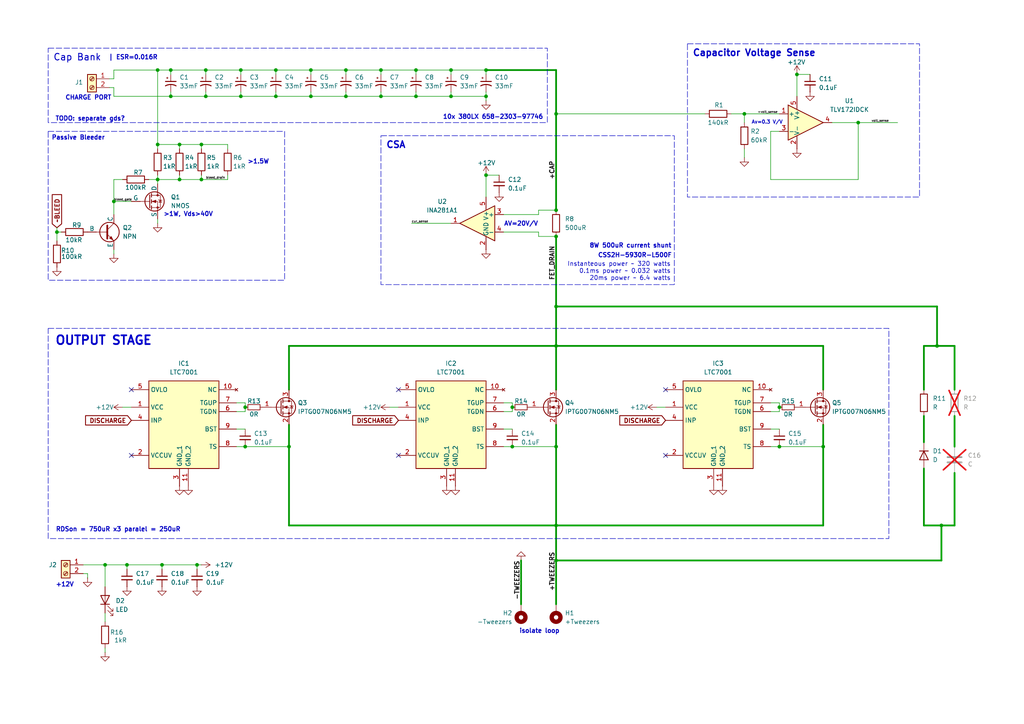
<source format=kicad_sch>
(kicad_sch (version 20231120) (generator "eeschema") (generator_version "8.0")
  (paper "A4")
  (lib_symbols
    (symbol "Amplifier_Current:INA193" (pin_names (offset 0.127))
      (property "Reference" "U" (at 3.81 3.81 0))
      (property "Value" "INA193" (at 3.81 -3.81 0))
      (symbol "INA193_0_1"
        (polyline (pts (xy 5.08 0) (xy -5.08 5.08) (xy -5.08 -5.08) (xy 5.08 0)) (stroke (width 0.254)) (fill (type background)))
      )
      (symbol "INA193_1_1"
        (pin output line (at 7.62 0 180) (length 2.54) (name "~") (number "1"))
        (pin power_in line (at -2.54 -7.62 90) (length 3.81) (name "GND") (number "2"))
        (pin input line (at -7.62 2.54 0) (length 2.54) (name "+") (number "3"))
        (pin input line (at -7.62 -2.54 0) (length 2.54) (name "-") (number "4"))
        (pin power_in line (at -2.54 7.62 270) (length 3.81) (name "V+") (number "5"))
      )
    )
    (symbol "Amplifier_Operational:TLV172IDCK" (pin_names (offset 0.127))
      (property "Reference" "U" (at 7.62 2.54 0))
      (property "Value" "TLV172IDCK" (at 11.43 -2.54 0))
      (symbol "TLV172IDCK_0_1"
        (polyline (pts (xy -2.54 5.08) (xy -2.54 -5.08) (xy 7.62 0) (xy -2.54 5.08)) (stroke (width 0.254)) (fill (type background)))
      )
      (symbol "TLV172IDCK_1_1"
        (pin input line (at -5.08 2.54 0) (length 2.54) (name "+") (number "1"))
        (pin power_in line (at 0 -7.62 90) (length 3.81) (name "V-") (number "2"))
        (pin input line (at -5.08 -2.54 0) (length 2.54) (name "-") (number "3"))
        (pin output line (at 10.16 0 180) (length 2.54) (name "~") (number "4"))
        (pin power_in line (at 0 7.62 270) (length 3.81) (name "V+") (number "5"))
      )
    )
    (symbol "Connector:Screw_Terminal_01x02" (pin_names (offset 1.016) hide)
      (property "Reference" "J" (at 0 2.54 0))
      (property "Value" "Screw_Terminal_01x02" (at 0 -5.08 0))
      (symbol "Screw_Terminal_01x02_1_1"
        (rectangle (start -1.27 1.27) (end 1.27 -3.81) (stroke (width 0.254)) (fill (type background)))
        (circle (center 0 -2.54) (radius 0.635) (stroke (width 0.1524)))
        (polyline (pts (xy -0.5334 -2.2098) (xy 0.3302 -3.048)) (stroke (width 0.1524)))
        (polyline (pts (xy -0.5334 0.3302) (xy 0.3302 -0.508)) (stroke (width 0.1524)))
        (polyline (pts (xy -0.3556 -2.032) (xy 0.508 -2.8702)) (stroke (width 0.1524)))
        (polyline (pts (xy -0.3556 0.508) (xy 0.508 -0.3302)) (stroke (width 0.1524)))
        (circle (center 0 0) (radius 0.635) (stroke (width 0.1524)))
        (pin passive line (at -5.08 0 0) (length 3.81) (name "Pin_1") (number "1"))
        (pin passive line (at -5.08 -2.54 0) (length 3.81) (name "Pin_2") (number "2"))
      )
    )
    (symbol "Device:C" (pin_numbers hide) (pin_names (offset 0.254))
      (property "Reference" "C" (at 0.635 2.54 0))
      (property "Value" "C" (at 0.635 -2.54 0))
      (symbol "C_0_1"
        (polyline (pts (xy -2.032 -0.762) (xy 2.032 -0.762)) (stroke (width 0.508)))
        (polyline (pts (xy -2.032 0.762) (xy 2.032 0.762)) (stroke (width 0.508)))
      )
      (symbol "C_1_1"
        (pin passive line (at 0 3.81 270) (length 2.794) (name "~") (number "1"))
        (pin passive line (at 0 -3.81 90) (length 2.794) (name "~") (number "2"))
      )
    )
    (symbol "Device:C_Polarized_Small_US" (pin_numbers hide) (pin_names (offset 0.254) hide)
      (property "Reference" "C" (at 0.254 1.778 0))
      (property "Value" "C_Polarized_Small_US" (at 0.254 -2.032 0))
      (symbol "C_Polarized_Small_US_0_1"
        (polyline (pts (xy -1.524 0.508) (xy 1.524 0.508)) (stroke (width 0.3048)))
        (polyline (pts (xy -1.27 1.524) (xy -0.762 1.524)))
        (polyline (pts (xy -1.016 1.27) (xy -1.016 1.778)))
        (arc (start 1.524 -0.762) (mid 0 -0.3734) (end -1.524 -0.762) (stroke (width 0.3048)))
      )
      (symbol "C_Polarized_Small_US_1_1"
        (pin passive line (at 0 2.54 270) (length 2.032) (name "~") (number "1"))
        (pin passive line (at 0 -2.54 90) (length 2.032) (name "~") (number "2"))
      )
    )
    (symbol "Device:C_Small" (pin_numbers hide) (pin_names (offset 0.254) hide)
      (property "Reference" "C" (at 0.254 1.778 0))
      (property "Value" "C_Small" (at 0.254 -2.032 0))
      (symbol "C_Small_0_1"
        (polyline (pts (xy -1.524 -0.508) (xy 1.524 -0.508)) (stroke (width 0.3302)))
        (polyline (pts (xy -1.524 0.508) (xy 1.524 0.508)) (stroke (width 0.3048)))
      )
      (symbol "C_Small_1_1"
        (pin passive line (at 0 2.54 270) (length 2.032) (name "~") (number "1"))
        (pin passive line (at 0 -2.54 90) (length 2.032) (name "~") (number "2"))
      )
    )
    (symbol "Device:D" (pin_numbers hide) (pin_names (offset 1.016) hide)
      (property "Reference" "D" (at 0 2.54 0))
      (property "Value" "D" (at 0 -2.54 0))
      (symbol "D_0_1"
        (polyline (pts (xy -1.27 1.27) (xy -1.27 -1.27)) (stroke (width 0.254)))
        (polyline (pts (xy 1.27 0) (xy -1.27 0)))
        (polyline (pts (xy 1.27 1.27) (xy 1.27 -1.27) (xy -1.27 0) (xy 1.27 1.27)) (stroke (width 0.254)))
      )
      (symbol "D_1_1"
        (pin passive line (at -3.81 0 0) (length 2.54) (name "K") (number "1"))
        (pin passive line (at 3.81 0 180) (length 2.54) (name "A") (number "2"))
      )
    )
    (symbol "Device:LED" (pin_numbers hide) (pin_names (offset 1.016) hide)
      (property "Reference" "D" (at 0 2.54 0))
      (property "Value" "LED" (at 0 -2.54 0))
      (symbol "LED_0_1"
        (polyline (pts (xy -1.27 -1.27) (xy -1.27 1.27)) (stroke (width 0.254)))
        (polyline (pts (xy -1.27 0) (xy 1.27 0)))
        (polyline (pts (xy 1.27 -1.27) (xy 1.27 1.27) (xy -1.27 0) (xy 1.27 -1.27)) (stroke (width 0.254)))
        (polyline (pts (xy -3.048 -0.762) (xy -4.572 -2.286) (xy -3.81 -2.286) (xy -4.572 -2.286) (xy -4.572 -1.524)))
        (polyline (pts (xy -1.778 -0.762) (xy -3.302 -2.286) (xy -2.54 -2.286) (xy -3.302 -2.286) (xy -3.302 -1.524)))
      )
      (symbol "LED_1_1"
        (pin passive line (at -3.81 0 0) (length 2.54) (name "K") (number "1"))
        (pin passive line (at 3.81 0 180) (length 2.54) (name "A") (number "2"))
      )
    )
    (symbol "Device:R" (pin_numbers hide) (pin_names (offset 0))
      (property "Reference" "R" (at 2.032 0 90))
      (property "Value" "R" (at 0 0 90))
      (symbol "R_0_1"
        (rectangle (start -1.016 -2.54) (end 1.016 2.54) (stroke (width 0.254)))
      )
      (symbol "R_1_1"
        (pin passive line (at 0 3.81 270) (length 1.27) (name "~") (number "1"))
        (pin passive line (at 0 -3.81 90) (length 1.27) (name "~") (number "2"))
      )
    )
    (symbol "Device:R_Small" (pin_numbers hide) (pin_names (offset 0.254) hide)
      (property "Reference" "R" (at 0.762 0.508 0))
      (property "Value" "R_Small" (at 0.762 -1.016 0))
      (symbol "R_Small_0_1"
        (rectangle (start -0.762 1.778) (end 0.762 -1.778) (stroke (width 0.2032)))
      )
      (symbol "R_Small_1_1"
        (pin passive line (at 0 2.54 270) (length 0.762) (name "~") (number "1"))
        (pin passive line (at 0 -2.54 90) (length 0.762) (name "~") (number "2"))
      )
    )
    (symbol "HAVENS_Lib:LTC7001EMSE#TRPBF"
      (property "Reference" "IC" (at 26.67 7.62 0))
      (property "Value" "LTC7001EMSE#TRPBF" (at 26.67 5.08 0))
      (symbol "LTC7001EMSE#TRPBF_1_1"
        (rectangle (start 5.08 2.54) (end 25.4 -22.86) (stroke (width 0.254)) (fill (type background)))
        (pin passive line (at 0 -5.08 0) (length 5.08) (name "VCC") (number "1"))
        (pin no_connect line (at 30.48 0 180) (length 5.08) (name "NC") (number "10"))
        (pin passive line (at 16.51 -27.94 90) (length 5.08) (name "GND_2") (number "11"))
        (pin passive line (at 0 -19.05 0) (length 5.08) (name "VCCUV") (number "2"))
        (pin passive line (at 13.97 -27.94 90) (length 5.08) (name "GND_1") (number "3"))
        (pin passive line (at 0 -8.89 0) (length 5.08) (name "INP") (number "4"))
        (pin passive line (at 0 0 0) (length 5.08) (name "OVLO") (number "5"))
        (pin passive line (at 30.48 -6.35 180) (length 5.08) (name "TGDN") (number "6"))
        (pin passive line (at 30.48 -3.81 180) (length 5.08) (name "TGUP") (number "7"))
        (pin passive line (at 30.48 -16.51 180) (length 5.08) (name "TS") (number "8"))
        (pin passive line (at 30.48 -11.43 180) (length 5.08) (name "BST") (number "9"))
      )
    )
    (symbol "Mechanical:MountingHole_Pad" (pin_numbers hide) (pin_names (offset 1.016) hide) (exclude_from_sim yes) (in_bom no)
      (property "Reference" "H" (at 0 6.35 0))
      (property "Value" "MountingHole_Pad" (at 0 4.445 0))
      (symbol "MountingHole_Pad_0_1"
        (circle (center 0 1.27) (radius 1.27) (stroke (width 1.27)))
      )
      (symbol "MountingHole_Pad_1_1"
        (pin input line (at 0 -2.54 90) (length 2.54) (name "1") (number "1"))
      )
    )
    (symbol "Simulation_SPICE:NMOS" (pin_numbers hide) (pin_names (offset 0))
      (property "Reference" "Q" (at 5.08 1.27 0))
      (property "Value" "NMOS" (at 5.08 -1.27 0))
      (symbol "NMOS_0_1"
        (polyline (pts (xy 0.254 0) (xy -2.54 0)))
        (polyline (pts (xy 0.254 1.905) (xy 0.254 -1.905)) (stroke (width 0.254)))
        (polyline (pts (xy 0.762 -1.27) (xy 0.762 -2.286)) (stroke (width 0.254)))
        (polyline (pts (xy 0.762 0.508) (xy 0.762 -0.508)) (stroke (width 0.254)))
        (polyline (pts (xy 0.762 2.286) (xy 0.762 1.27)) (stroke (width 0.254)))
        (polyline (pts (xy 2.54 2.54) (xy 2.54 1.778)))
        (polyline (pts (xy 2.54 -2.54) (xy 2.54 0) (xy 0.762 0)))
        (polyline (pts (xy 0.762 -1.778) (xy 3.302 -1.778) (xy 3.302 1.778) (xy 0.762 1.778)))
        (polyline (pts (xy 1.016 0) (xy 2.032 0.381) (xy 2.032 -0.381) (xy 1.016 0)) (fill (type outline)))
        (polyline (pts (xy 2.794 0.508) (xy 2.921 0.381) (xy 3.683 0.381) (xy 3.81 0.254)))
        (polyline (pts (xy 3.302 0.381) (xy 2.921 -0.254) (xy 3.683 -0.254) (xy 3.302 0.381)))
        (circle (center 1.651 0) (radius 2.794) (stroke (width 0.254)))
        (circle (center 2.54 -1.778) (radius 0.254) (fill (type outline)))
        (circle (center 2.54 1.778) (radius 0.254) (fill (type outline)))
      )
      (symbol "NMOS_1_1"
        (pin passive line (at 2.54 5.08 270) (length 2.54) (name "D") (number "1"))
        (pin input line (at -5.08 0 0) (length 2.54) (name "G") (number "2"))
        (pin passive line (at 2.54 -5.08 90) (length 2.54) (name "S") (number "3"))
      )
    )
    (symbol "Simulation_SPICE:NPN" (pin_numbers hide) (pin_names (offset 0))
      (property "Reference" "Q" (at -2.54 7.62 0))
      (property "Value" "NPN" (at -2.54 5.08 0))
      (symbol "NPN_0_1"
        (polyline (pts (xy -2.54 0) (xy 0.635 0)) (stroke (width 0.1524)))
        (polyline (pts (xy 0.635 0.635) (xy 2.54 2.54)))
        (polyline (pts (xy 2.794 -1.27) (xy 2.794 -1.27)) (stroke (width 0.1524)))
        (polyline (pts (xy 2.794 -1.27) (xy 2.794 -1.27)) (stroke (width 0.1524)))
        (polyline (pts (xy 0.635 -0.635) (xy 2.54 -2.54) (xy 2.54 -2.54)))
        (polyline (pts (xy 0.635 1.905) (xy 0.635 -1.905) (xy 0.635 -1.905)) (stroke (width 0.508)))
        (polyline (pts (xy 1.27 -1.778) (xy 1.778 -1.27) (xy 2.286 -2.286) (xy 1.27 -1.778) (xy 1.27 -1.778)) (fill (type outline)))
        (circle (center 1.27 0) (radius 2.8194) (stroke (width 0.254)))
      )
      (symbol "NPN_1_1"
        (pin open_collector line (at 2.54 5.08 270) (length 2.54) (name "C") (number "1"))
        (pin input line (at -5.08 0 0) (length 2.54) (name "B") (number "2"))
        (pin open_emitter line (at 2.54 -5.08 90) (length 2.54) (name "E") (number "3"))
      )
    )
    (symbol "Transistor_FET:IPT012N08N5" (pin_names hide)
      (property "Reference" "Q" (at 5.08 1.905 0))
      (property "Value" "IPT012N08N5" (at 5.08 0 0))
      (symbol "IPT012N08N5_0_1"
        (polyline (pts (xy 0.254 0) (xy -2.54 0)))
        (polyline (pts (xy 0.254 1.905) (xy 0.254 -1.905)) (stroke (width 0.254)))
        (polyline (pts (xy 0.762 -1.27) (xy 0.762 -2.286)) (stroke (width 0.254)))
        (polyline (pts (xy 0.762 0.508) (xy 0.762 -0.508)) (stroke (width 0.254)))
        (polyline (pts (xy 0.762 2.286) (xy 0.762 1.27)) (stroke (width 0.254)))
        (polyline (pts (xy 2.54 2.54) (xy 2.54 1.778)))
        (polyline (pts (xy 2.54 -2.54) (xy 2.54 0) (xy 0.762 0)))
        (polyline (pts (xy 0.762 -1.778) (xy 3.302 -1.778) (xy 3.302 1.778) (xy 0.762 1.778)))
        (polyline (pts (xy 1.016 0) (xy 2.032 0.381) (xy 2.032 -0.381) (xy 1.016 0)) (fill (type outline)))
        (polyline (pts (xy 2.794 0.508) (xy 2.921 0.381) (xy 3.683 0.381) (xy 3.81 0.254)))
        (polyline (pts (xy 3.302 0.381) (xy 2.921 -0.254) (xy 3.683 -0.254) (xy 3.302 0.381)))
        (circle (center 1.651 0) (radius 2.794) (stroke (width 0.254)))
        (circle (center 2.54 -1.778) (radius 0.254) (fill (type outline)))
        (circle (center 2.54 1.778) (radius 0.254) (fill (type outline)))
      )
      (symbol "IPT012N08N5_1_1"
        (pin input line (at -5.08 0 0) (length 2.54) (name "G") (number "1"))
        (pin passive line (at 2.54 -5.08 90) (length 2.54) (name "S") (number "2"))
        (pin passive line (at 2.54 5.08 270) (length 2.54) (name "D") (number "3"))
      )
    )
    (symbol "power:+12V" (power) (pin_numbers hide) (pin_names (offset 0) hide)
      (property "Value" "+12V" (at 0 3.556 0))
      (symbol "+12V_0_1"
        (polyline (pts (xy -0.762 1.27) (xy 0 2.54)))
        (polyline (pts (xy 0 0) (xy 0 2.54)))
        (polyline (pts (xy 0 2.54) (xy 0.762 1.27)))
      )
      (symbol "+12V_1_1"
        (pin power_in line (at 0 0 90) (length 0) (name "~") (number "1"))
      )
    )
    (symbol "power:GND" (power) (pin_numbers hide) (pin_names (offset 0) hide)
      (property "Value" "GND" (at 0 -3.81 0))
      (symbol "GND_0_1"
        (polyline (pts (xy 0 0) (xy 0 -1.27) (xy 1.27 -1.27) (xy 0 -2.54) (xy -1.27 -1.27) (xy 0 -1.27)))
      )
      (symbol "GND_1_1"
        (pin power_in line (at 0 0 270) (length 0) (name "~") (number "1"))
      )
    )
  )
  (junction (at 161.29 100.33))
  (junction (at 120.65 27.94))
  (junction (at 148.59 118.11))
  (junction (at 161.29 152.4))
  (junction (at 45.72 52.07))
  (junction (at 57.15 163.83))
  (junction (at 58.42 52.07))
  (junction (at 231.14 21.59))
  (junction (at 59.69 27.94))
  (junction (at 273.05 152.4))
  (junction (at 100.33 27.94))
  (junction (at 130.81 20.32))
  (junction (at 161.29 60.96))
  (junction (at 226.06 118.11))
  (junction (at 46.99 163.83))
  (junction (at 69.85 20.32))
  (junction (at 120.65 20.32))
  (junction (at 49.53 20.32))
  (junction (at 238.76 129.54))
  (junction (at 161.29 68.58))
  (junction (at 161.29 33.02))
  (junction (at 83.82 129.54))
  (junction (at 80.01 27.94))
  (junction (at 140.97 50.8))
  (junction (at 90.17 27.94))
  (junction (at 52.07 52.07))
  (junction (at 248.92 35.56))
  (junction (at 30.48 163.83))
  (junction (at 110.49 20.32))
  (junction (at 59.69 20.32))
  (junction (at 45.72 41.91))
  (junction (at 100.33 20.32))
  (junction (at 69.85 27.94))
  (junction (at 130.81 27.94))
  (junction (at 49.53 27.94))
  (junction (at 215.9 33.02))
  (junction (at 45.72 20.32))
  (junction (at 140.97 27.94))
  (junction (at 71.12 118.11))
  (junction (at 161.29 88.9))
  (junction (at 110.49 27.94))
  (junction (at 161.29 129.54))
  (junction (at 161.29 162.56))
  (junction (at 58.42 41.91))
  (junction (at 33.02 58.42))
  (junction (at 90.17 20.32))
  (junction (at 271.78 100.33))
  (junction (at 148.59 129.54))
  (junction (at 71.12 129.54))
  (junction (at 52.07 41.91))
  (junction (at 140.97 20.32))
  (junction (at 80.01 20.32))
  (junction (at 226.06 129.54))
  (junction (at 36.83 163.83))
  (junction (at 16.51 67.31))
  (no_connect (at 38.1 113.03))
  (no_connect (at 115.57 113.03))
  (no_connect (at 193.04 132.08))
  (no_connect (at 38.1 132.08))
  (no_connect (at 193.04 113.03))
  (no_connect (at 115.57 132.08))
  (wire (pts (xy 161.29 100.33) (xy 238.76 100.33)) (stroke (width 0.508)))
  (wire (pts (xy 16.51 67.31) (xy 17.78 67.31)))
  (wire (pts (xy 59.69 20.32) (xy 69.85 20.32)))
  (wire (pts (xy 276.86 120.65) (xy 276.86 129.54)) (stroke (width 0.508)))
  (wire (pts (xy 100.33 20.32) (xy 110.49 20.32)))
  (wire (pts (xy 276.86 137.16) (xy 276.86 152.4)) (stroke (width 0.508)))
  (wire (pts (xy 33.02 58.42) (xy 38.1 58.42)))
  (wire (pts (xy 46.99 165.1) (xy 46.99 163.83)))
  (wire (pts (xy 223.52 129.54) (xy 226.06 129.54)))
  (wire (pts (xy 238.76 129.54) (xy 238.76 152.4)) (stroke (width 0.508)))
  (wire (pts (xy 215.9 45.72) (xy 215.9 43.18)))
  (wire (pts (xy 36.83 163.83) (xy 46.99 163.83)))
  (wire (pts (xy 83.82 129.54) (xy 83.82 152.4)) (stroke (width 0.508)))
  (wire (pts (xy 212.09 33.02) (xy 215.9 33.02)))
  (wire (pts (xy 161.29 123.19) (xy 161.29 129.54)) (stroke (width 0.508)))
  (wire (pts (xy 110.49 27.94) (xy 120.65 27.94)))
  (wire (pts (xy 271.78 100.33) (xy 267.97 100.33)) (stroke (width 0.508)))
  (wire (pts (xy 271.78 100.33) (xy 271.78 88.9)) (stroke (width 0.508)))
  (wire (pts (xy 35.56 118.11) (xy 38.1 118.11)))
  (wire (pts (xy 45.72 52.07) (xy 45.72 53.34)))
  (wire (pts (xy 33.02 22.86) (xy 33.02 20.32)))
  (wire (pts (xy 140.97 50.8) (xy 144.78 50.8)))
  (wire (pts (xy 68.58 116.84) (xy 71.12 116.84)))
  (wire (pts (xy 52.07 52.07) (xy 45.72 52.07)))
  (wire (pts (xy 231.14 21.59) (xy 234.95 21.59)))
  (wire (pts (xy 267.97 120.65) (xy 267.97 128.27)) (stroke (width 0.508)))
  (wire (pts (xy 110.49 20.32) (xy 110.49 21.59)))
  (wire (pts (xy 130.81 20.32) (xy 130.81 21.59)))
  (wire (pts (xy 161.29 20.32) (xy 161.29 33.02)) (stroke (width 0.508)))
  (wire (pts (xy 146.05 116.84) (xy 148.59 116.84)))
  (wire (pts (xy 69.85 20.32) (xy 69.85 21.59)))
  (wire (pts (xy 161.29 162.56) (xy 161.29 175.26)) (stroke (width 0.508)))
  (wire (pts (xy 146.05 67.31) (xy 156.21 67.31)))
  (wire (pts (xy 31.75 22.86) (xy 33.02 22.86)))
  (wire (pts (xy 90.17 20.32) (xy 100.33 20.32)))
  (wire (pts (xy 146.05 129.54) (xy 148.59 129.54)))
  (wire (pts (xy 80.01 26.67) (xy 80.01 27.94)))
  (wire (pts (xy 35.56 52.07) (xy 33.02 52.07)))
  (wire (pts (xy 66.04 41.91) (xy 58.42 41.91)))
  (wire (pts (xy 156.21 68.58) (xy 161.29 68.58)))
  (wire (pts (xy 130.81 26.67) (xy 130.81 27.94)))
  (wire (pts (xy 238.76 123.19) (xy 238.76 129.54)) (stroke (width 0.508)))
  (wire (pts (xy 69.85 26.67) (xy 69.85 27.94)))
  (wire (pts (xy 30.48 189.23) (xy 30.48 187.96)))
  (wire (pts (xy 83.82 100.33) (xy 161.29 100.33)) (stroke (width 0.508)))
  (wire (pts (xy 69.85 20.32) (xy 80.01 20.32)))
  (wire (pts (xy 130.81 20.32) (xy 140.97 20.32)))
  (wire (pts (xy 120.65 26.67) (xy 120.65 27.94)))
  (wire (pts (xy 156.21 60.96) (xy 161.29 60.96)))
  (wire (pts (xy 80.01 27.94) (xy 90.17 27.94)))
  (wire (pts (xy 25.4 167.64) (xy 25.4 166.37)))
  (wire (pts (xy 276.86 100.33) (xy 271.78 100.33)) (stroke (width 0.508)))
  (wire (pts (xy 71.12 118.11) (xy 71.12 119.38)))
  (wire (pts (xy 120.65 20.32) (xy 130.81 20.32)))
  (wire (pts (xy 58.42 163.83) (xy 57.15 163.83)))
  (wire (pts (xy 146.05 119.38) (xy 148.59 119.38)))
  (wire (pts (xy 83.82 123.19) (xy 83.82 129.54)) (stroke (width 0.508)))
  (wire (pts (xy 276.86 152.4) (xy 273.05 152.4)) (stroke (width 0.508)))
  (wire (pts (xy 226.06 116.84) (xy 226.06 118.11)))
  (wire (pts (xy 148.59 118.11) (xy 148.59 119.38)))
  (wire (pts (xy 248.92 35.56) (xy 260.35 35.56)))
  (wire (pts (xy 100.33 20.32) (xy 100.33 21.59)))
  (wire (pts (xy 156.21 62.23) (xy 156.21 60.96)))
  (wire (pts (xy 223.52 52.07) (xy 223.52 38.1)))
  (wire (pts (xy 161.29 88.9) (xy 161.29 100.33)) (stroke (width 0.508)))
  (wire (pts (xy 33.02 25.4) (xy 33.02 27.94)))
  (wire (pts (xy 33.02 58.42) (xy 33.02 62.23)))
  (wire (pts (xy 25.4 166.37) (xy 24.13 166.37)))
  (wire (pts (xy 30.48 163.83) (xy 24.13 163.83)))
  (wire (pts (xy 45.72 64.77) (xy 45.72 63.5)))
  (wire (pts (xy 226.06 118.11) (xy 226.06 119.38)))
  (wire (pts (xy 110.49 26.67) (xy 110.49 27.94)))
  (wire (pts (xy 241.3 35.56) (xy 248.92 35.56)))
  (wire (pts (xy 58.42 41.91) (xy 58.42 43.18)))
  (wire (pts (xy 140.97 27.94) (xy 140.97 26.67)))
  (wire (pts (xy 45.72 41.91) (xy 45.72 43.18)))
  (wire (pts (xy 45.72 20.32) (xy 45.72 41.91)))
  (wire (pts (xy 66.04 52.07) (xy 58.42 52.07)))
  (wire (pts (xy 49.53 26.67) (xy 49.53 27.94)))
  (wire (pts (xy 161.29 33.02) (xy 161.29 60.96)) (stroke (width 0.508)))
  (wire (pts (xy 140.97 50.8) (xy 140.97 57.15)))
  (wire (pts (xy 113.03 118.11) (xy 115.57 118.11)))
  (wire (pts (xy 36.83 165.1) (xy 36.83 163.83)))
  (wire (pts (xy 223.52 116.84) (xy 226.06 116.84)))
  (wire (pts (xy 120.65 27.94) (xy 130.81 27.94)))
  (wire (pts (xy 273.05 152.4) (xy 267.97 152.4)) (stroke (width 0.508)))
  (wire (pts (xy 45.72 50.8) (xy 45.72 52.07)))
  (wire (pts (xy 80.01 20.32) (xy 80.01 21.59)))
  (wire (pts (xy 30.48 163.83) (xy 30.48 170.18)))
  (wire (pts (xy 226.06 129.54) (xy 238.76 129.54)))
  (wire (pts (xy 161.29 152.4) (xy 238.76 152.4)) (stroke (width 0.508)))
  (wire (pts (xy 16.51 66.04) (xy 16.51 67.31)))
  (wire (pts (xy 223.52 124.46) (xy 226.06 124.46)))
  (wire (pts (xy 66.04 50.8) (xy 66.04 52.07)))
  (wire (pts (xy 59.69 20.32) (xy 59.69 21.59)))
  (wire (pts (xy 68.58 119.38) (xy 71.12 119.38)))
  (wire (pts (xy 80.01 20.32) (xy 90.17 20.32)))
  (wire (pts (xy 140.97 20.32) (xy 140.97 21.59)))
  (wire (pts (xy 273.05 152.4) (xy 273.05 162.56)) (stroke (width 0.508)))
  (wire (pts (xy 223.52 38.1) (xy 226.06 38.1)))
  (wire (pts (xy 58.42 50.8) (xy 58.42 52.07)))
  (wire (pts (xy 110.49 20.32) (xy 120.65 20.32)))
  (wire (pts (xy 100.33 26.67) (xy 100.33 27.94)))
  (wire (pts (xy 223.52 119.38) (xy 226.06 119.38)))
  (wire (pts (xy 151.13 162.56) (xy 151.13 175.26)) (stroke (width 0.508)))
  (wire (pts (xy 140.97 29.21) (xy 140.97 27.94)))
  (wire (pts (xy 45.72 20.32) (xy 49.53 20.32)))
  (wire (pts (xy 69.85 27.94) (xy 80.01 27.94)))
  (wire (pts (xy 90.17 26.67) (xy 90.17 27.94)))
  (wire (pts (xy 161.29 33.02) (xy 204.47 33.02)))
  (wire (pts (xy 248.92 52.07) (xy 223.52 52.07)))
  (wire (pts (xy 156.21 67.31) (xy 156.21 68.58)))
  (wire (pts (xy 161.29 68.58) (xy 161.29 88.9)) (stroke (width 0.508)))
  (wire (pts (xy 161.29 129.54) (xy 161.29 152.4)) (stroke (width 0.508)))
  (wire (pts (xy 146.05 62.23) (xy 156.21 62.23)))
  (wire (pts (xy 83.82 100.33) (xy 83.82 113.03)) (stroke (width 0.508)))
  (wire (pts (xy 57.15 165.1) (xy 57.15 163.83)))
  (wire (pts (xy 161.29 152.4) (xy 161.29 162.56)) (stroke (width 0.508)))
  (wire (pts (xy 68.58 129.54) (xy 71.12 129.54)))
  (wire (pts (xy 52.07 41.91) (xy 52.07 43.18)))
  (wire (pts (xy 36.83 163.83) (xy 30.48 163.83)))
  (wire (pts (xy 276.86 113.03) (xy 276.86 100.33)) (stroke (width 0.508)))
  (wire (pts (xy 49.53 20.32) (xy 59.69 20.32)))
  (wire (pts (xy 215.9 33.02) (xy 226.06 33.02)))
  (wire (pts (xy 140.97 20.32) (xy 161.29 20.32)) (stroke (width 0.508)))
  (wire (pts (xy 267.97 152.4) (xy 267.97 135.89)) (stroke (width 0.508)))
  (wire (pts (xy 33.02 52.07) (xy 33.02 58.42)))
  (wire (pts (xy 16.51 67.31) (xy 16.51 69.85)))
  (wire (pts (xy 46.99 163.83) (xy 57.15 163.83)))
  (wire (pts (xy 58.42 52.07) (xy 52.07 52.07)))
  (wire (pts (xy 59.69 26.67) (xy 59.69 27.94)))
  (wire (pts (xy 267.97 100.33) (xy 267.97 113.03)) (stroke (width 0.508)))
  (wire (pts (xy 215.9 33.02) (xy 215.9 35.56)))
  (wire (pts (xy 58.42 41.91) (xy 52.07 41.91)))
  (wire (pts (xy 119.38 64.77) (xy 130.81 64.77)))
  (wire (pts (xy 238.76 100.33) (xy 238.76 113.03)) (stroke (width 0.508)))
  (wire (pts (xy 33.02 27.94) (xy 49.53 27.94)))
  (wire (pts (xy 68.58 124.46) (xy 71.12 124.46)))
  (wire (pts (xy 59.69 27.94) (xy 69.85 27.94)))
  (wire (pts (xy 33.02 20.32) (xy 45.72 20.32)))
  (wire (pts (xy 66.04 43.18) (xy 66.04 41.91)))
  (wire (pts (xy 148.59 116.84) (xy 148.59 118.11)))
  (wire (pts (xy 248.92 35.56) (xy 248.92 52.07)))
  (wire (pts (xy 130.81 27.94) (xy 140.97 27.94)))
  (wire (pts (xy 71.12 129.54) (xy 83.82 129.54)))
  (wire (pts (xy 90.17 20.32) (xy 90.17 21.59)))
  (wire (pts (xy 33.02 73.66) (xy 33.02 72.39)))
  (wire (pts (xy 161.29 100.33) (xy 161.29 113.03)) (stroke (width 0.508)))
  (wire (pts (xy 148.59 129.54) (xy 161.29 129.54)))
  (wire (pts (xy 49.53 21.59) (xy 49.53 20.32)))
  (wire (pts (xy 71.12 116.84) (xy 71.12 118.11)))
  (wire (pts (xy 271.78 88.9) (xy 161.29 88.9)) (stroke (width 0.508)))
  (wire (pts (xy 52.07 50.8) (xy 52.07 52.07)))
  (wire (pts (xy 100.33 27.94) (xy 110.49 27.94)))
  (wire (pts (xy 231.14 21.59) (xy 231.14 27.94)))
  (wire (pts (xy 43.18 52.07) (xy 45.72 52.07)))
  (wire (pts (xy 90.17 27.94) (xy 100.33 27.94)))
  (wire (pts (xy 52.07 41.91) (xy 45.72 41.91)))
  (wire (pts (xy 273.05 162.56) (xy 161.29 162.56)) (stroke (width 0.508)))
  (wire (pts (xy 146.05 124.46) (xy 148.59 124.46)))
  (wire (pts (xy 31.75 25.4) (xy 33.02 25.4)))
  (wire (pts (xy 190.5 118.11) (xy 193.04 118.11)))
  (wire (pts (xy 30.48 180.34) (xy 30.48 177.8)))
  (wire (pts (xy 49.53 27.94) (xy 59.69 27.94)))
  (wire (pts (xy 120.65 20.32) (xy 120.65 21.59)))
  (wire (pts (xy 83.82 152.4) (xy 161.29 152.4)) (stroke (width 0.508)))
  (text_box "CSA" (at 110.49 39.37 0) (size 85.09 43.18) (stroke (width 0) (type dash)) (effects (font (size 1.905 1.905) (bold yes)) (justify left top)))
  (text_box "Passive Bleeder" (at 13.97 38.1 0) (size 68.58 43.18) (stroke (width 0) (type dash)) (effects (font (size 1.27 1.27) (bold yes)) (justify left top)))
  (text_box "OUTPUT STAGE" (at 13.97 95.25 0) (size 243.84 60.96) (stroke (width 0) (type dash)) (effects (font (size 2.54 2.54) (bold yes)) (justify left top)))
  (text_box "Capacitor Voltage Sense\n" (at 199.39 12.7 0) (size 67.31 44.45) (stroke (width 0) (type dash)) (effects (font (size 1.905 1.905) (bold yes)) (justify left top)))
  (text_box "Cap Bank" (at 13.97 13.97 0) (size 144.78 21.59) (stroke (width 0) (type dash)) (effects (font (size 1.905 1.905) (thickness 0.254) (bold yes)) (justify left top)))
  (text "AV=20V/V" (at 151.13 65.024 0) (effects (font (size 1.27 1.27) (bold yes))))
  (text "TODO: separate gds?\n" (at 26.162 34.544 0) (effects (font (size 1.27 1.27) (bold yes))))
  (text "8W 500uR current shunt" (at 182.88 71.374 0) (effects (font (size 1.27 1.27) (bold yes))))
  (text "isolate loop" (at 156.464 183.134 0) (effects (font (size 1.27 1.27) (bold yes))))
  (text "+12V\n" (at 18.796 169.672 0) (effects (font (size 1.27 1.27) (bold yes))))
  (text ">1.5W" (at 74.93 46.99 0) (effects (font (size 1.27 1.27) (bold yes))))
  (text "CSS2H-5930R-L500F" (at 184.15 74.168 0) (effects (font (size 1.27 1.27) (bold yes))))
  (text "RDSon = 750uR x3 paralel = 250uR" (at 34.29 153.67 0) (effects (font (size 1.27 1.27) (bold yes))))
  (text "| ESR=0.016R\n" (at 38.608 16.764 0) (effects (font (size 1.27 1.27) (bold yes))))
  (text "10x 380LX 658-2303-97746" (at 143.002 34.036 0) (effects (font (size 1.27 1.27) (bold yes))))
  (text ">1W, Vds>40V" (at 54.61 62.23 0) (effects (font (size 1.27 1.27) (bold yes))))
  (text "CHARGE PORT" (at 25.654 28.448 0) (effects (font (size 1.27 1.27) (bold yes))))
  (text "Instanteous power ~ 320 watts\n0.1ms power ~ 0.032 watts\n20ms power ~ 6.4 watts" (at 194.564 78.74 0) (effects (font (size 1.27 1.27)) (justify right)))
  (text "Av=0.3 V/V" (at 222.504 35.56 0) (effects (font (size 1.016 1.016) (bold yes))))
  (label "+TWEEZERS" (at 161.29 171.45 90) (effects (font (bold yes))))
  (label "-TWEEZERS" (at 151.13 173.99 90) (effects (font (bold yes))))
  (label "FET_DRAIN" (at 161.29 81.28 90) (effects (font (bold yes))))
  (label "volt_sense" (at 252.73 35.56 0) (effects (font (size 0.635 0.635) (bold yes))))
  (label "+CAP" (at 161.29 52.07 90) (effects (font (bold yes))))
  (label "+volt_sense" (at 219.71 33.02 0) (effects (font (size 0.635 0.635) (bold yes))))
  (label "cur_sense" (at 119.38 64.77 0) (effects (font (size 0.635 0.635) (bold yes))))
  (label "bleed_drain" (at 59.69 52.07 0) (effects (font (size 0.635 0.635) (bold yes))))
  (label "bleed_gate" (at 33.02 58.42 0) (effects (font (size 0.635 0.635) (bold yes))))
  (global_label "DISCHARGE" (shape input) (at 193.04 121.92 180) (effects (font (bold yes))) (property "Intersheetrefs" "${INTERSHEET_REFS}" (effects (hide yes))))
  (global_label "DISCHARGE" (shape input) (at 115.57 121.92 180) (effects (font (bold yes))) (property "Intersheetrefs" "${INTERSHEET_REFS}" (effects (hide yes))))
  (global_label "DISCHARGE" (shape input) (at 38.1 121.92 180) (effects (font (bold yes))) (property "Intersheetrefs" "${INTERSHEET_REFS}" (effects (hide yes))))
  (global_label "~BLEED" (shape input) (at 16.51 66.04 90) (effects (font (bold yes))) (property "Intersheetrefs" "${INTERSHEET_REFS}" (effects (hide yes))))
  (symbol (lib_id "power:+12V") (at 35.56 118.11 90) (unit 1)
    (property "Reference" "#PWR012" (effects (hide yes)))
    (property "Value" "+12V" (at 33.02 118.11 90) (effects (justify left)))
    (property "Description" "Power symbol creates a global label with name \"+12V\"" (effects (hide yes)))
  )
  (symbol (lib_id "Transistor_FET:IPT012N08N5") (at 81.28 118.11 0) (unit 1)
    (property "Reference" "Q3" (at 86.36 116.84 0) (effects (justify left)))
    (property "Value" "IPTG007N06NM5" (at 86.36 119.38 0) (effects (justify left)))
    (property "Footprint" "Package_TO_SOT_SMD:Infineon_PG-HSOF-8-1" (effects (hide yes)))
    (property "Datasheet" "http://www.infineon.com/dgdl/Infineon-IPT012N08N5-DS-v02_01-EN.pdf?fileId=5546d4624a75e5f1014aca59127a1eb9" (effects (hide yes)))
    (property "Description" "300A Id, 80V Vds, OptiMOS N-Channel Power MOSFET, 1.2mOhm Ron, Qg (typ) 178.0nC, PG-HSOF-8" (effects (hide yes)))
  )
  (symbol (lib_id "Device:C_Polarized_Small_US") (at 120.65 24.13 0) (unit 1)
    (property "Reference" "C8" (at 123.19 22.4281 0) (effects (justify left)))
    (property "Value" "33mF" (at 123.19 24.9681 0) (effects (justify left)))
    (property "Description" "Polarized capacitor, small US symbol" (effects (hide yes)))
  )
  (symbol (lib_id "Device:C_Small") (at 234.95 24.13 0) (unit 1)
    (property "Reference" "C11" (at 237.49 22.8662 0) (effects (justify left)))
    (property "Value" "0.1uF" (at 237.49 25.4062 0) (effects (justify left)))
    (property "Description" "Unpolarized capacitor, small symbol" (effects (hide yes)))
  )
  (symbol (lib_id "HAVENS_Lib:LTC7001EMSE#TRPBF") (at 115.57 113.03 0) (unit 1)
    (property "Reference" "IC2" (at 130.81 105.41 0))
    (property "Value" "LTC7001" (at 130.81 107.95 0))
    (property "Footprint" "SOP50P490X110-11N" (effects (hide yes)))
    (property "Datasheet" "https://www.analog.com/media/en/technical-documentation/data-sheets/ltc7001.pdf" (effects (hide yes)))
    (property "Description" "Gate Drivers Fast 150V High Side NMOS Static Switch Driver" (effects (hide yes)))
    (property "Height" "1.1" (effects (hide yes)))
    (property "Mouser Part Number" "584-7001EMSETRPBF" (effects (hide yes)))
    (property "Mouser Price/Stock" "https://www.mouser.co.uk/ProductDetail/Analog-Devices/LTC7001EMSETRPBF?qs=BZBei1rCqCA9TIuicvBnQQ%3D%3D" (effects (hide yes)))
    (property "Manufacturer_Name" "Analog Devices" (effects (hide yes)))
    (property "Manufacturer_Part_Number" "LTC7001EMSE#TRPBF" (effects (hide yes)))
  )
  (symbol (lib_id "Device:R_Small") (at 73.66 118.11 90) (unit 1)
    (property "Reference" "R13" (at 73.66 116.332 90))
    (property "Value" "0R" (at 73.66 120.142 90))
    (property "Description" "Resistor, small symbol" (effects (hide yes)))
  )
  (symbol (lib_id "power:GND") (at 151.13 162.56 180) (unit 1)
    (property "Reference" "#PWR027" (effects (hide yes)))
    (property "Value" "GND" (effects (hide yes)))
    (property "Description" "Power symbol creates a global label with name \"GND\" , ground" (effects (hide yes)))
  )
  (symbol (lib_id "Device:C") (at 276.86 133.35 0) (unit 1) (dnp yes)
    (property "Reference" "C16" (at 280.67 132.0799 0) (effects (justify left)))
    (property "Value" "C" (at 280.67 134.6199 0) (effects (justify left)))
    (property "Description" "Unpolarized capacitor" (effects (hide yes)))
  )
  (symbol (lib_id "power:+12V") (at 58.42 163.83 270) (unit 1)
    (property "Reference" "#PWR021" (effects (hide yes)))
    (property "Value" "+12V" (at 62.23 163.83 90) (effects (justify left)))
    (property "Description" "Power symbol creates a global label with name \"+12V\"" (effects (hide yes)))
  )
  (symbol (lib_id "Device:R") (at 45.72 46.99 0) (unit 1)
    (property "Reference" "R3" (at 47.244 45.72 0) (effects (justify left)))
    (property "Value" "1kR" (at 47.244 48.26 0) (effects (justify left)))
    (property "Description" "Resistor" (effects (hide yes)))
  )
  (symbol (lib_id "Mechanical:MountingHole_Pad") (at 151.13 177.8 0) (mirror x) (unit 1) (exclude_from_sim yes) (in_bom no)
    (property "Reference" "H2" (at 148.59 177.7999 0) (effects (justify right)))
    (property "Value" "-Tweezers" (at 148.59 180.3399 0) (effects (justify right)))
    (property "Description" "Mounting Hole with connection" (effects (hide yes)))
  )
  (symbol (lib_id "power:GND") (at 30.48 189.23 0) (unit 1)
    (property "Reference" "#PWR026" (effects (hide yes)))
    (property "Value" "GND" (effects (hide yes)))
    (property "Description" "Power symbol creates a global label with name \"GND\" , ground" (effects (hide yes)))
  )
  (symbol (lib_id "power:GND") (at 36.83 170.18 0) (unit 1)
    (property "Reference" "#PWR023" (effects (hide yes)))
    (property "Value" "GND" (effects (hide yes)))
    (property "Description" "Power symbol creates a global label with name \"GND\" , ground" (effects (hide yes)))
  )
  (symbol (lib_id "Device:R") (at 52.07 46.99 0) (unit 1)
    (property "Reference" "R4" (at 53.594 45.72 0) (effects (justify left)))
    (property "Value" "1kR" (at 53.594 48.26 0) (effects (justify left)))
    (property "Description" "Resistor" (effects (hide yes)))
  )
  (symbol (lib_id "Device:R") (at 208.28 33.02 90) (unit 1)
    (property "Reference" "R1" (at 208.534 30.48 90))
    (property "Value" "140kR" (at 208.28 35.56 90))
    (property "Description" "Resistor" (effects (hide yes)))
  )
  (symbol (lib_id "Device:C_Polarized_Small_US") (at 59.69 24.13 0) (unit 1)
    (property "Reference" "C2" (at 62.23 22.4281 0) (effects (justify left)))
    (property "Value" "33mF" (at 62.23 24.9681 0) (effects (justify left)))
    (property "Description" "Polarized capacitor, small US symbol" (effects (hide yes)))
  )
  (symbol (lib_id "Device:C_Polarized_Small_US") (at 130.81 24.13 0) (unit 1)
    (property "Reference" "C9" (at 133.35 22.4281 0) (effects (justify left)))
    (property "Value" "33mF" (at 133.35 24.9681 0) (effects (justify left)))
    (property "Description" "Polarized capacitor, small US symbol" (effects (hide yes)))
  )
  (symbol (lib_id "Device:C_Small") (at 226.06 127 0) (unit 1)
    (property "Reference" "C15" (at 228.6 125.7362 0) (effects (justify left)))
    (property "Value" "0.1uF" (at 228.6 128.2762 0) (effects (justify left)))
    (property "Description" "Unpolarized capacitor, small symbol" (effects (hide yes)))
  )
  (symbol (lib_id "Device:C_Small") (at 46.99 167.64 0) (unit 1)
    (property "Reference" "C18" (at 49.53 166.3762 0) (effects (justify left)))
    (property "Value" "0.1uF" (at 49.53 168.9162 0) (effects (justify left)))
    (property "Description" "Unpolarized capacitor, small symbol" (effects (hide yes)))
  )
  (symbol (lib_id "Connector:Screw_Terminal_01x02") (at 19.05 163.83 0) (mirror y) (unit 1)
    (property "Reference" "J2" (at 16.51 163.8299 0) (effects (justify left)))
    (property "Value" "Screw_Terminal_01x02" (effects (hide yes)))
    (property "Description" "Generic screw terminal, single row, 01x02, script generated (kicad-library-utils/schlib/autogen/connector/)" (effects (hide yes)))
  )
  (symbol (lib_id "power:+12V") (at 231.14 21.59 0) (unit 1)
    (property "Reference" "#PWR01" (effects (hide yes)))
    (property "Value" "+12V" (at 228.346 18.034 0) (effects (justify left)))
    (property "Description" "Power symbol creates a global label with name \"+12V\"" (effects (hide yes)))
  )
  (symbol (lib_id "Device:R") (at 66.04 46.99 0) (unit 1)
    (property "Reference" "R6" (at 67.564 45.72 0) (effects (justify left)))
    (property "Value" "1kR" (at 67.564 48.26 0) (effects (justify left)))
    (property "Description" "Resistor" (effects (hide yes)))
  )
  (symbol (lib_id "power:GND") (at 25.4 167.64 0) (unit 1)
    (property "Reference" "#PWR022" (effects (hide yes)))
    (property "Value" "GND" (effects (hide yes)))
    (property "Description" "Power symbol creates a global label with name \"GND\" , ground" (effects (hide yes)))
  )
  (symbol (lib_id "HAVENS_Lib:LTC7001EMSE#TRPBF") (at 38.1 113.03 0) (unit 1)
    (property "Reference" "IC1" (at 53.34 105.41 0))
    (property "Value" "LTC7001" (at 53.34 107.95 0))
    (property "Footprint" "SOP50P490X110-11N" (effects (hide yes)))
    (property "Datasheet" "https://www.analog.com/media/en/technical-documentation/data-sheets/ltc7001.pdf" (effects (hide yes)))
    (property "Description" "Gate Drivers Fast 150V High Side NMOS Static Switch Driver" (effects (hide yes)))
    (property "Height" "1.1" (effects (hide yes)))
    (property "Mouser Part Number" "584-7001EMSETRPBF" (effects (hide yes)))
    (property "Mouser Price/Stock" "https://www.mouser.co.uk/ProductDetail/Analog-Devices/LTC7001EMSETRPBF?qs=BZBei1rCqCA9TIuicvBnQQ%3D%3D" (effects (hide yes)))
    (property "Manufacturer_Name" "Analog Devices" (effects (hide yes)))
    (property "Manufacturer_Part_Number" "LTC7001EMSE#TRPBF" (effects (hide yes)))
  )
  (symbol (lib_id "power:GND") (at 207.01 140.97 0) (unit 1)
    (property "Reference" "#PWR019" (effects (hide yes)))
    (property "Value" "GND" (effects (hide yes)))
    (property "Description" "Power symbol creates a global label with name \"GND\" , ground" (effects (hide yes)))
  )
  (symbol (lib_id "Device:R") (at 16.51 73.66 180) (unit 1)
    (property "Reference" "R10" (at 21.59 72.644 0) (effects (justify left)))
    (property "Value" "100kR" (at 23.876 74.422 0) (effects (justify left)))
    (property "Description" "Resistor" (effects (hide yes)))
  )
  (symbol (lib_id "Device:C_Small") (at 144.78 53.34 0) (unit 1)
    (property "Reference" "C12" (at 147.32 52.0762 0) (effects (justify left)))
    (property "Value" "0.1uF" (at 147.32 54.6162 0) (effects (justify left)))
    (property "Description" "Unpolarized capacitor, small symbol" (effects (hide yes)))
  )
  (symbol (lib_id "Device:C_Polarized_Small_US") (at 100.33 24.13 0) (unit 1)
    (property "Reference" "C6" (at 102.87 22.4281 0) (effects (justify left)))
    (property "Value" "33mF" (at 102.87 24.9681 0) (effects (justify left)))
    (property "Description" "Polarized capacitor, small US symbol" (effects (hide yes)))
  )
  (symbol (lib_id "power:GND") (at 140.97 29.21 0) (unit 1)
    (property "Reference" "#PWR03" (effects (hide yes)))
    (property "Value" "GND" (effects (hide yes)))
    (property "Description" "Power symbol creates a global label with name \"GND\" , ground" (effects (hide yes)))
  )
  (symbol (lib_id "Mechanical:MountingHole_Pad") (at 161.29 177.8 180) (unit 1) (exclude_from_sim yes) (in_bom no)
    (property "Reference" "H1" (at 163.83 177.7999 0) (effects (justify right)))
    (property "Value" "+Tweezers" (at 163.83 180.3399 0) (effects (justify right)))
    (property "Description" "Mounting Hole with connection" (effects (hide yes)))
  )
  (symbol (lib_id "Device:R") (at 267.97 116.84 0) (unit 1)
    (property "Reference" "R11" (at 270.51 115.5699 0) (effects (justify left)))
    (property "Value" "R" (at 270.51 118.1099 0) (effects (justify left)))
    (property "Description" "Resistor" (effects (hide yes)))
  )
  (symbol (lib_id "Device:R_Small") (at 151.13 118.11 90) (unit 1)
    (property "Reference" "R14" (at 151.13 116.332 90))
    (property "Value" "0R" (at 151.13 120.142 90))
    (property "Description" "Resistor, small symbol" (effects (hide yes)))
  )
  (symbol (lib_id "Device:C_Polarized_Small_US") (at 80.01 24.13 0) (unit 1)
    (property "Reference" "C4" (at 82.55 22.4281 0) (effects (justify left)))
    (property "Value" "33mF" (at 82.55 24.9681 0) (effects (justify left)))
    (property "Description" "Polarized capacitor, small US symbol" (effects (hide yes)))
  )
  (symbol (lib_id "power:GND") (at 45.72 64.77 0) (unit 1)
    (property "Reference" "#PWR08" (effects (hide yes)))
    (property "Value" "GND" (effects (hide yes)))
    (property "Description" "Power symbol creates a global label with name \"GND\" , ground" (effects (hide yes)))
  )
  (symbol (lib_id "Device:C_Polarized_Small_US") (at 110.49 24.13 0) (unit 1)
    (property "Reference" "C7" (at 113.03 22.4281 0) (effects (justify left)))
    (property "Value" "33mF" (at 113.03 24.9681 0) (effects (justify left)))
    (property "Description" "Polarized capacitor, small US symbol" (effects (hide yes)))
  )
  (symbol (lib_id "HAVENS_Lib:LTC7001EMSE#TRPBF") (at 193.04 113.03 0) (unit 1)
    (property "Reference" "IC3" (at 208.28 105.41 0))
    (property "Value" "LTC7001" (at 208.28 107.95 0))
    (property "Footprint" "SOP50P490X110-11N" (effects (hide yes)))
    (property "Datasheet" "https://www.analog.com/media/en/technical-documentation/data-sheets/ltc7001.pdf" (effects (hide yes)))
    (property "Description" "Gate Drivers Fast 150V High Side NMOS Static Switch Driver" (effects (hide yes)))
    (property "Height" "1.1" (effects (hide yes)))
    (property "Mouser Part Number" "584-7001EMSETRPBF" (effects (hide yes)))
    (property "Mouser Price/Stock" "https://www.mouser.co.uk/ProductDetail/Analog-Devices/LTC7001EMSETRPBF?qs=BZBei1rCqCA9TIuicvBnQQ%3D%3D" (effects (hide yes)))
    (property "Manufacturer_Name" "Analog Devices" (effects (hide yes)))
    (property "Manufacturer_Part_Number" "LTC7001EMSE#TRPBF" (effects (hide yes)))
  )
  (symbol (lib_id "power:GND") (at 215.9 45.72 0) (unit 1)
    (property "Reference" "#PWR05" (effects (hide yes)))
    (property "Value" "GND" (effects (hide yes)))
    (property "Description" "Power symbol creates a global label with name \"GND\" , ground" (effects (hide yes)))
  )
  (symbol (lib_id "power:+12V") (at 140.97 50.8 0) (unit 1)
    (property "Reference" "#PWR06" (effects (hide yes)))
    (property "Value" "+12V" (at 138.43 47.244 0) (effects (justify left)))
    (property "Description" "Power symbol creates a global label with name \"+12V\"" (effects (hide yes)))
  )
  (symbol (lib_id "Amplifier_Operational:TLV172IDCK") (at 231.14 35.56 0) (unit 1)
    (property "Reference" "U1" (at 246.38 29.2414 0))
    (property "Value" "TLV172IDCK" (at 246.38 31.7814 0))
    (property "Footprint" "Package_TO_SOT_SMD:SOT-353_SC-70-5" (effects (hide yes)))
    (property "Datasheet" "http://www.ti.com/lit/ds/symlink/tlv172.pdf" (effects (hide yes)))
    (property "Description" "Low-power Operational Amplifier, SOT-353" (effects (hide yes)))
  )
  (symbol (lib_id "Device:C_Polarized_Small_US") (at 69.85 24.13 0) (unit 1)
    (property "Reference" "C3" (at 72.39 22.4281 0) (effects (justify left)))
    (property "Value" "33mF" (at 72.39 24.9681 0) (effects (justify left)))
    (property "Description" "Polarized capacitor, small US symbol" (effects (hide yes)))
  )
  (symbol (lib_id "Device:C_Small") (at 148.59 127 0) (unit 1)
    (property "Reference" "C14" (at 151.13 125.7362 0) (effects (justify left)))
    (property "Value" "0.1uF" (at 151.13 128.2762 0) (effects (justify left)))
    (property "Description" "Unpolarized capacitor, small symbol" (effects (hide yes)))
  )
  (symbol (lib_id "power:GND") (at 54.61 140.97 0) (unit 1)
    (property "Reference" "#PWR016" (effects (hide yes)))
    (property "Value" "GND" (effects (hide yes)))
    (property "Description" "Power symbol creates a global label with name \"GND\" , ground" (effects (hide yes)))
  )
  (symbol (lib_id "Device:R_Small") (at 228.6 118.11 90) (unit 1)
    (property "Reference" "R15" (at 228.6 116.332 90))
    (property "Value" "0R" (at 228.6 120.142 90))
    (property "Description" "Resistor, small symbol" (effects (hide yes)))
  )
  (symbol (lib_id "Device:C_Polarized_Small_US") (at 49.53 24.13 0) (unit 1)
    (property "Reference" "C1" (at 52.07 22.4281 0) (effects (justify left)))
    (property "Value" "33mF" (at 52.07 24.9681 0) (effects (justify left)))
    (property "Description" "Polarized capacitor, small US symbol" (effects (hide yes)))
  )
  (symbol (lib_id "Device:R") (at 39.37 52.07 90) (unit 1)
    (property "Reference" "R7" (at 41.402 50.038 90) (effects (justify left)))
    (property "Value" "100kR" (at 42.418 54.356 90) (effects (justify left)))
    (property "Description" "Resistor" (effects (hide yes)))
  )
  (symbol (lib_id "power:GND") (at 144.78 55.88 0) (unit 1)
    (property "Reference" "#PWR07" (effects (hide yes)))
    (property "Value" "GND" (effects (hide yes)))
    (property "Description" "Power symbol creates a global label with name \"GND\" , ground" (effects (hide yes)))
  )
  (symbol (lib_id "power:GND") (at 46.99 170.18 0) (unit 1)
    (property "Reference" "#PWR024" (effects (hide yes)))
    (property "Value" "GND" (effects (hide yes)))
    (property "Description" "Power symbol creates a global label with name \"GND\" , ground" (effects (hide yes)))
  )
  (symbol (lib_id "power:GND") (at 52.07 140.97 0) (unit 1)
    (property "Reference" "#PWR015" (effects (hide yes)))
    (property "Value" "GND" (effects (hide yes)))
    (property "Description" "Power symbol creates a global label with name \"GND\" , ground" (effects (hide yes)))
  )
  (symbol (lib_id "Amplifier_Current:INA193") (at 138.43 64.77 0) (mirror y) (unit 1)
    (property "Reference" "U2" (at 128.27 58.4514 0))
    (property "Value" "INA281A1" (at 128.27 60.9914 0))
    (property "Footprint" "Package_TO_SOT_SMD:SOT-23-5" (effects (hide yes)))
    (property "Datasheet" "http://www.ti.com/lit/ds/symlink/ina193.pdf" (effects (hide yes)))
    (property "Description" "Current Shunt Monitor −16V to +80V Common-Mode Range, 20V/V, SOT-23-5" (effects (hide yes)))
  )
  (symbol (lib_id "power:GND") (at 33.02 73.66 0) (unit 1)
    (property "Reference" "#PWR010" (effects (hide yes)))
    (property "Value" "GND" (effects (hide yes)))
    (property "Description" "Power symbol creates a global label with name \"GND\" , ground" (effects (hide yes)))
  )
  (symbol (lib_id "power:+12V") (at 190.5 118.11 90) (unit 1)
    (property "Reference" "#PWR014" (effects (hide yes)))
    (property "Value" "+12V" (at 187.96 118.11 90) (effects (justify left)))
    (property "Description" "Power symbol creates a global label with name \"+12V\"" (effects (hide yes)))
  )
  (symbol (lib_id "power:GND") (at 234.95 26.67 0) (unit 1)
    (property "Reference" "#PWR02" (effects (hide yes)))
    (property "Value" "GND" (effects (hide yes)))
    (property "Description" "Power symbol creates a global label with name \"GND\" , ground" (effects (hide yes)))
  )
  (symbol (lib_id "Device:R") (at 58.42 46.99 0) (unit 1)
    (property "Reference" "R5" (at 59.944 45.72 0) (effects (justify left)))
    (property "Value" "1kR" (at 59.944 48.26 0) (effects (justify left)))
    (property "Description" "Resistor" (effects (hide yes)))
  )
  (symbol (lib_id "power:GND") (at 231.14 43.18 0) (unit 1)
    (property "Reference" "#PWR04" (effects (hide yes)))
    (property "Value" "GND" (effects (hide yes)))
    (property "Description" "Power symbol creates a global label with name \"GND\" , ground" (effects (hide yes)))
  )
  (symbol (lib_id "Device:R") (at 30.48 184.15 180) (unit 1)
    (property "Reference" "R16" (at 35.814 183.388 0) (effects (justify left)))
    (property "Value" "1kR" (at 36.83 185.674 0) (effects (justify left)))
    (property "Description" "Resistor" (effects (hide yes)))
  )
  (symbol (lib_id "Simulation_SPICE:NPN") (at 30.48 67.31 0) (unit 1)
    (property "Reference" "Q2" (at 35.56 66.0399 0) (effects (justify left)))
    (property "Value" "NPN" (at 35.56 68.5799 0) (effects (justify left)))
    (property "Datasheet" "https://ngspice.sourceforge.io/docs/ngspice-html-manual/manual.xhtml#cha_BJTs" (effects (hide yes)))
    (property "Description" "Bipolar transistor symbol for simulation only, substrate tied to the emitter" (effects (hide yes)))
    (property "Sim.Device" "NPN" (effects (hide yes)))
    (property "Sim.Type" "GUMMELPOON" (effects (hide yes)))
    (property "Sim.Pins" "1=C 2=B 3=E" (effects (hide yes)))
  )
  (symbol (lib_id "Device:C_Polarized_Small_US") (at 140.97 24.13 0) (unit 1)
    (property "Reference" "C10" (at 143.51 22.4281 0) (effects (justify left)))
    (property "Value" "33mF" (at 143.51 24.9681 0) (effects (justify left)))
    (property "Description" "Polarized capacitor, small US symbol" (effects (hide yes)))
  )
  (symbol (lib_id "Simulation_SPICE:NMOS") (at 43.18 58.42 0) (unit 1)
    (property "Reference" "Q1" (at 49.53 57.1499 0) (effects (justify left)))
    (property "Value" "NMOS" (at 49.53 59.6899 0) (effects (justify left)))
    (property "Datasheet" "https://ngspice.sourceforge.io/docs/ngspice-html-manual/manual.xhtml#cha_MOSFETs" (effects (hide yes)))
    (property "Description" "N-MOSFET transistor, drain/source/gate" (effects (hide yes)))
    (property "Sim.Device" "NMOS" (effects (hide yes)))
    (property "Sim.Type" "VDMOS" (effects (hide yes)))
    (property "Sim.Pins" "1=D 2=G 3=S" (effects (hide yes)))
  )
  (symbol (lib_id "Device:C_Small") (at 71.12 127 0) (unit 1)
    (property "Reference" "C13" (at 73.66 125.7362 0) (effects (justify left)))
    (property "Value" "0.1uF" (at 73.66 128.2762 0) (effects (justify left)))
    (property "Description" "Unpolarized capacitor, small symbol" (effects (hide yes)))
  )
  (symbol (lib_id "power:GND") (at 140.97 72.39 0) (unit 1)
    (property "Reference" "#PWR09" (effects (hide yes)))
    (property "Value" "GND" (effects (hide yes)))
    (property "Description" "Power symbol creates a global label with name \"GND\" , ground" (effects (hide yes)))
  )
  (symbol (lib_id "power:GND") (at 209.55 140.97 0) (unit 1)
    (property "Reference" "#PWR020" (effects (hide yes)))
    (property "Value" "GND" (effects (hide yes)))
    (property "Description" "Power symbol creates a global label with name \"GND\" , ground" (effects (hide yes)))
  )
  (symbol (lib_id "Transistor_FET:IPT012N08N5") (at 158.75 118.11 0) (unit 1)
    (property "Reference" "Q4" (at 163.83 116.84 0) (effects (justify left)))
    (property "Value" "IPTG007N06NM5" (at 163.83 119.38 0) (effects (justify left)))
    (property "Footprint" "Package_TO_SOT_SMD:Infineon_PG-HSOF-8-1" (effects (hide yes)))
    (property "Datasheet" "http://www.infineon.com/dgdl/Infineon-IPT012N08N5-DS-v02_01-EN.pdf?fileId=5546d4624a75e5f1014aca59127a1eb9" (effects (hide yes)))
    (property "Description" "300A Id, 80V Vds, OptiMOS N-Channel Power MOSFET, 1.2mOhm Ron, Qg (typ) 178.0nC, PG-HSOF-8" (effects (hide yes)))
  )
  (symbol (lib_id "Device:R") (at 215.9 39.37 180) (unit 1)
    (property "Reference" "R2" (at 217.678 38.1 0) (effects (justify right)))
    (property "Value" "60kR" (at 217.678 40.64 0) (effects (justify right)))
    (property "Description" "Resistor" (effects (hide yes)))
  )
  (symbol (lib_id "Device:R") (at 21.59 67.31 90) (unit 1)
    (property "Reference" "R9" (at 23.622 65.278 90) (effects (justify left)))
    (property "Value" "10kR" (at 23.876 69.596 90) (effects (justify left)))
    (property "Description" "Resistor" (effects (hide yes)))
  )
  (symbol (lib_id "power:GND") (at 132.08 140.97 0) (unit 1)
    (property "Reference" "#PWR018" (effects (hide yes)))
    (property "Value" "GND" (effects (hide yes)))
    (property "Description" "Power symbol creates a global label with name \"GND\" , ground" (effects (hide yes)))
  )
  (symbol (lib_id "power:GND") (at 129.54 140.97 0) (unit 1)
    (property "Reference" "#PWR017" (effects (hide yes)))
    (property "Value" "GND" (effects (hide yes)))
    (property "Description" "Power symbol creates a global label with name \"GND\" , ground" (effects (hide yes)))
  )
  (symbol (lib_id "power:GND") (at 57.15 170.18 0) (unit 1)
    (property "Reference" "#PWR025" (effects (hide yes)))
    (property "Value" "GND" (effects (hide yes)))
    (property "Description" "Power symbol creates a global label with name \"GND\" , ground" (effects (hide yes)))
  )
  (symbol (lib_id "Device:C_Small") (at 57.15 167.64 0) (unit 1)
    (property "Reference" "C19" (at 59.69 166.3762 0) (effects (justify left)))
    (property "Value" "0.1uF" (at 59.69 168.9162 0) (effects (justify left)))
    (property "Description" "Unpolarized capacitor, small symbol" (effects (hide yes)))
  )
  (symbol (lib_id "Connector:Screw_Terminal_01x02") (at 26.67 22.86 0) (mirror y) (unit 1)
    (property "Reference" "J1" (at 24.13 23.876 0) (effects (justify left)))
    (property "Value" "Screw_Terminal_01x02" (effects (hide yes)))
    (property "Description" "Generic screw terminal, single row, 01x02, script generated (kicad-library-utils/schlib/autogen/connector/)" (effects (hide yes)))
  )
  (symbol (lib_id "power:+12V") (at 113.03 118.11 90) (unit 1)
    (property "Reference" "#PWR013" (effects (hide yes)))
    (property "Value" "+12V" (at 110.49 118.11 90) (effects (justify left)))
    (property "Description" "Power symbol creates a global label with name \"+12V\"" (effects (hide yes)))
  )
  (symbol (lib_id "Device:C_Small") (at 36.83 167.64 0) (unit 1)
    (property "Reference" "C17" (at 39.37 166.3762 0) (effects (justify left)))
    (property "Value" "0.1uF" (at 39.37 168.9162 0) (effects (justify left)))
    (property "Description" "Unpolarized capacitor, small symbol" (effects (hide yes)))
  )
  (symbol (lib_id "Device:C_Polarized_Small_US") (at 90.17 24.13 0) (unit 1)
    (property "Reference" "C5" (at 92.71 22.4281 0) (effects (justify left)))
    (property "Value" "33mF" (at 92.71 24.9681 0) (effects (justify left)))
    (property "Description" "Polarized capacitor, small US symbol" (effects (hide yes)))
  )
  (symbol (lib_id "Device:D") (at 267.97 132.08 270) (unit 1)
    (property "Reference" "D1" (at 270.51 130.8099 90) (effects (justify left)))
    (property "Value" "D" (at 270.51 133.3499 90) (effects (justify left)))
    (property "Description" "Diode" (effects (hide yes)))
    (property "Sim.Device" "D" (effects (hide yes)))
    (property "Sim.Pins" "1=K 2=A" (effects (hide yes)))
  )
  (symbol (lib_id "Device:LED") (at 30.48 173.99 90) (unit 1)
    (property "Reference" "D2" (at 33.528 174.244 90) (effects (justify right)))
    (property "Value" "LED" (at 33.528 176.784 90) (effects (justify right)))
    (property "Description" "Light emitting diode" (effects (hide yes)))
  )
  (symbol (lib_id "power:GND") (at 16.51 77.47 0) (unit 1)
    (property "Reference" "#PWR011" (effects (hide yes)))
    (property "Value" "GND" (effects (hide yes)))
    (property "Description" "Power symbol creates a global label with name \"GND\" , ground" (effects (hide yes)))
  )
  (symbol (lib_id "Device:R") (at 161.29 64.77 0) (unit 1)
    (property "Reference" "R8" (at 163.83 63.4999 0) (effects (justify left)))
    (property "Value" "500uR" (at 163.83 66.0399 0) (effects (justify left)))
    (property "Footprint" "HAVENS_Lib:CSS2H5930RL500F" (effects (hide yes)))
    (property "Description" "Resistor" (effects (hide yes)))
  )
  (symbol (lib_id "Transistor_FET:IPT012N08N5") (at 236.22 118.11 0) (unit 1)
    (property "Reference" "Q5" (at 241.3 116.84 0) (effects (justify left)))
    (property "Value" "IPTG007N06NM5" (at 241.3 119.38 0) (effects (justify left)))
    (property "Footprint" "Package_TO_SOT_SMD:Infineon_PG-HSOF-8-1" (effects (hide yes)))
    (property "Datasheet" "http://www.infineon.com/dgdl/Infineon-IPT012N08N5-DS-v02_01-EN.pdf?fileId=5546d4624a75e5f1014aca59127a1eb9" (effects (hide yes)))
    (property "Description" "300A Id, 80V Vds, OptiMOS N-Channel Power MOSFET, 1.2mOhm Ron, Qg (typ) 178.0nC, PG-HSOF-8" (effects (hide yes)))
  )
  (symbol (lib_id "Device:R") (at 276.86 116.84 0) (unit 1) (dnp yes)
    (property "Reference" "R12" (at 279.4 115.5699 0) (effects (justify left)))
    (property "Value" "R" (at 279.4 118.1099 0) (effects (justify left)))
    (property "Description" "Resistor" (effects (hide yes)))
  )
)
</source>
